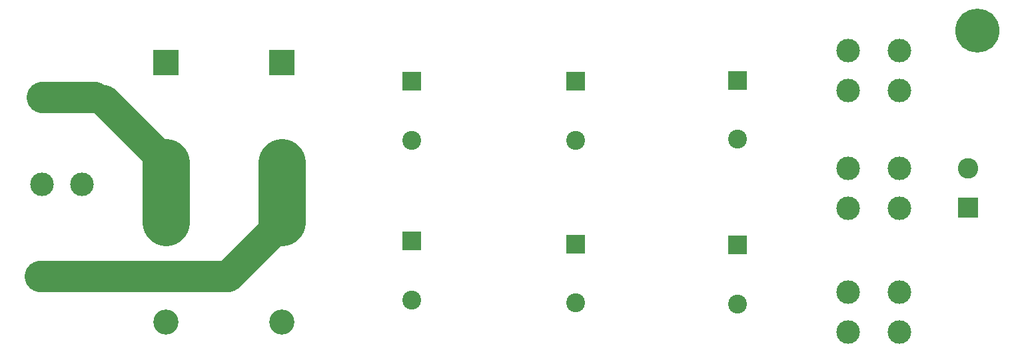
<source format=gbr>
%TF.GenerationSoftware,KiCad,Pcbnew,8.0.7*%
%TF.CreationDate,2025-02-07T19:10:24-05:00*%
%TF.ProjectId,power_supply,706f7765-725f-4737-9570-706c792e6b69,rev?*%
%TF.SameCoordinates,Original*%
%TF.FileFunction,Copper,L1,Top*%
%TF.FilePolarity,Positive*%
%FSLAX46Y46*%
G04 Gerber Fmt 4.6, Leading zero omitted, Abs format (unit mm)*
G04 Created by KiCad (PCBNEW 8.0.7) date 2025-02-07 19:10:24*
%MOMM*%
%LPD*%
G01*
G04 APERTURE LIST*
%TA.AperFunction,ComponentPad*%
%ADD10C,3.000000*%
%TD*%
%TA.AperFunction,ComponentPad*%
%ADD11R,2.400000X2.400000*%
%TD*%
%TA.AperFunction,ComponentPad*%
%ADD12C,2.400000*%
%TD*%
%TA.AperFunction,ComponentPad*%
%ADD13R,3.200000X3.200000*%
%TD*%
%TA.AperFunction,ComponentPad*%
%ADD14O,3.200000X3.200000*%
%TD*%
%TA.AperFunction,ComponentPad*%
%ADD15R,2.600000X2.600000*%
%TD*%
%TA.AperFunction,ComponentPad*%
%ADD16C,2.600000*%
%TD*%
%TA.AperFunction,ComponentPad*%
%ADD17C,5.600000*%
%TD*%
%TA.AperFunction,Conductor*%
%ADD18C,4.000000*%
%TD*%
%TA.AperFunction,Conductor*%
%ADD19C,6.000000*%
%TD*%
G04 APERTURE END LIST*
D10*
%TO.P,J5,1,1*%
%TO.N,/V-*%
X169772000Y-104140000D03*
%TO.P,J5,2,2*%
X169772000Y-99060000D03*
%TD*%
D11*
%TO.P,C2,1*%
%TO.N,GND*%
X114300000Y-92576000D03*
D12*
%TO.P,C2,2*%
%TO.N,/V-*%
X114300000Y-100076000D03*
%TD*%
D13*
%TO.P,D4,1,K*%
%TO.N,/AC1*%
X97790000Y-90170000D03*
D14*
%TO.P,D4,2,A*%
%TO.N,/V-*%
X97790000Y-102870000D03*
%TD*%
D11*
%TO.P,C5,1*%
%TO.N,/V+*%
X135128000Y-72256000D03*
D12*
%TO.P,C5,2*%
%TO.N,GND*%
X135128000Y-79756000D03*
%TD*%
D10*
%TO.P,J3,1,1*%
%TO.N,GND*%
X176276000Y-88392000D03*
%TO.P,J3,2,2*%
X176276000Y-83312000D03*
%TD*%
D13*
%TO.P,D3,1,K*%
%TO.N,/V+*%
X83058000Y-69850000D03*
D14*
%TO.P,D3,2,A*%
%TO.N,/AC2*%
X83058000Y-82550000D03*
%TD*%
D10*
%TO.P,J1,1,1*%
%TO.N,/AC1*%
X67056000Y-97028000D03*
%TO.P,J1,2,2*%
X72136000Y-97028000D03*
%TD*%
D11*
%TO.P,C8,1*%
%TO.N,GND*%
X155702000Y-93084000D03*
D12*
%TO.P,C8,2*%
%TO.N,/V-*%
X155702000Y-100584000D03*
%TD*%
D11*
%TO.P,C7,1*%
%TO.N,/V+*%
X155702000Y-72136000D03*
D12*
%TO.P,C7,2*%
%TO.N,GND*%
X155702000Y-79636000D03*
%TD*%
D11*
%TO.P,C1,1*%
%TO.N,/V+*%
X114300000Y-72256000D03*
D12*
%TO.P,C1,2*%
%TO.N,GND*%
X114300000Y-79756000D03*
%TD*%
D15*
%TO.P,J7,1,Pin_1*%
%TO.N,GND*%
X184963000Y-88352000D03*
D16*
%TO.P,J7,2,Pin_2*%
X184963000Y-83352000D03*
%TD*%
D17*
%TO.P,REF\u002A\u002A,1*%
%TO.N,GND*%
X186182000Y-65786000D03*
%TD*%
D10*
%TO.P,J6,1,1*%
%TO.N,/V+*%
X169772000Y-73406000D03*
%TO.P,J6,2,2*%
X169772000Y-68326000D03*
%TD*%
%TO.P,J4,1,1*%
%TO.N,/AC2*%
X67310000Y-74268000D03*
%TO.P,J4,2,2*%
X72390000Y-74268000D03*
%TD*%
D11*
%TO.P,C6,1*%
%TO.N,GND*%
X135128000Y-92964000D03*
D12*
%TO.P,C6,2*%
%TO.N,/V-*%
X135128000Y-100464000D03*
%TD*%
D10*
%TO.P,J6,1,1*%
%TO.N,/V+*%
X176276000Y-73406000D03*
%TO.P,J6,2,2*%
X176276000Y-68326000D03*
%TD*%
D13*
%TO.P,D1,1,K*%
%TO.N,/V+*%
X97790000Y-69850000D03*
D14*
%TO.P,D1,2,A*%
%TO.N,/AC1*%
X97790000Y-82550000D03*
%TD*%
D10*
%TO.P,J5,1,1*%
%TO.N,/V-*%
X176276000Y-104140000D03*
%TO.P,J5,2,2*%
X176276000Y-99060000D03*
%TD*%
%TO.P,J2,1,1*%
%TO.N,GND*%
X67310000Y-85344000D03*
%TO.P,J2,2,2*%
X72390000Y-85344000D03*
%TD*%
D13*
%TO.P,D2,1,K*%
%TO.N,/AC2*%
X83058000Y-90170000D03*
D14*
%TO.P,D2,2,A*%
%TO.N,/V-*%
X83058000Y-102870000D03*
%TD*%
D10*
%TO.P,J3,1,1*%
%TO.N,GND*%
X169772000Y-88392000D03*
%TO.P,J3,2,2*%
X169772000Y-83312000D03*
%TD*%
D18*
%TO.N,/AC1*%
X90932000Y-97028000D02*
X67056000Y-97028000D01*
D19*
X97790000Y-90170000D02*
X97790000Y-82550000D01*
D18*
X97790000Y-90170000D02*
X90932000Y-97028000D01*
D19*
%TO.N,/AC2*%
X83058000Y-90170000D02*
X83058000Y-82550000D01*
D18*
X75184000Y-74676000D02*
X83058000Y-82550000D01*
X67310000Y-74268000D02*
X74014000Y-74268000D01*
%TD*%
M02*

</source>
